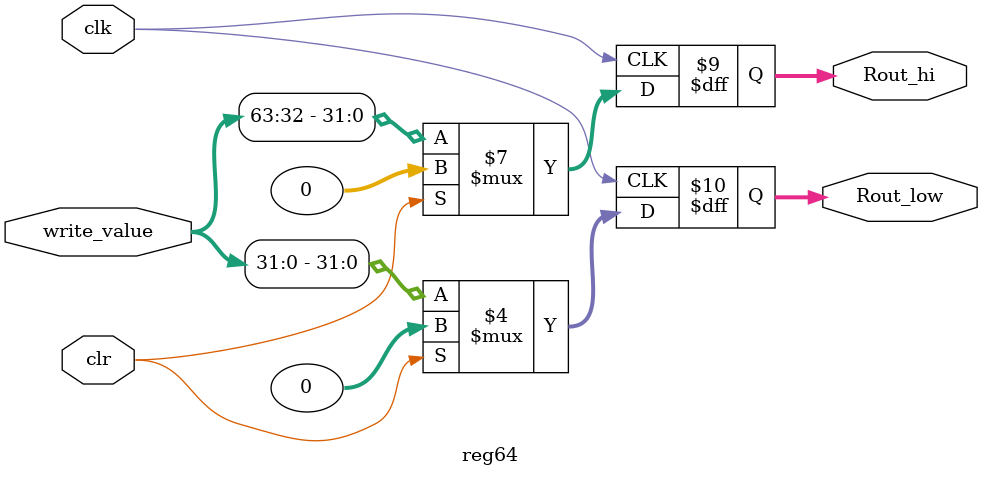
<source format=v>
module Datapath(IOdata_out, Maddress_out, Mdata_out, clk, Mdata_in, IOdata_in, reset, mem_write, mem_read, G_ra, G_rb, G_rc, R_in,
	R_out, BA_out, write_signals, read_signals, ALU_signals);
	input[31:0] Mdata_in, IOdata_in;
	input[9:0] write_signals, read_signals;
	input[4:0] ALU_signals;
	input reset, mem_write, mem_read, G_ra, G_rb, G_rc, R_in, R_out, BA_out;
	output[31:0] IOdata_out, Maddress_out, Mdata_out;
	output clk;


	//Register write enable wires
	wire HI_write_enable, LO_write_enable, Zhi_write_enable, Zlo_write_enable, PC_write_enable, MDR_write_enable, MAR_write_enable, InPort_write_enable, OutPort_write_enable, Y_write_enable, IR_write_enable;
	wire[15:0] GPR_write_enable, GPR_read_signals;
	
	//Register output wires
	wire[31:0] R0_output, R1_output, R2_output, R3_output, R4_output, R5_output, R6_output, R7_output, R8_output, R9_output, R10_output, 
		R11_output, R12_output, R13_output, R14_output, R15_output, HI_output, LO_output, Zhi_output, Zlo_output, PC_output, MDR_output, InPort_output, C_sign_extended; 

	//other wires
	wire clk, Mem_read, Mem_write;
	wire[31:0] Bus, MDMux_out, MDR_data, ALU_Y_input, Bus_enable, BusMuxIn[31:0];
	wire[63:0] ALU_output; 
	wire[31:0] CLU_in; //goes to CLU

	//initialise clock
	clock synchronous_clock(clk);

	//initialise CLU
	CLU control_unit(G_ra, G_rb, G_rc, R_in, R_out, BA_out, CLU_in, GPR_read_signals, GPR_write_enable, C_sign_extended);
	
	//initialise ALU
	ALU logic_unit(Bus, ALU_Y_input, ALU_output, ALU_signals);
	
	//initialise bus multiplexer
	Bus_Write_Mux Bus_Mux(Bus, Bus_enable, R0_output, R1_output, R2_output, R3_output, R4_output, R5_output, R6_output, R7_output, R8_output, R9_output, R10_output, 
		R11_output, R12_output, R13_output, R14_output, R15_output, HI_output, LO_output, Zhi_output, Zlo_output, PC_output, MDR_output, InPort_output, C_sign_extended);
	
	//initialise registers	
	reg32_R0 R0(R0_output, reset, clk, BA_out, GPR_write_enable[0], Bus);
	reg32 R1(R1_output, reset, clk, GPR_write_enable[1], Bus);
	reg32 R2(R2_output, reset, clk, GPR_write_enable[2], Bus);
	reg32 R3(R3_output, reset, clk, GPR_write_enable[3], Bus);
	reg32 R4(R4_output, reset, clk, GPR_write_enable[4], Bus);
	reg32 R5(R5_output, reset, clk, GPR_write_enable[5], Bus);
	reg32 R6(R6_output, reset, clk, GPR_write_enable[6], Bus);
	reg32 R7(R7_output, reset, clk, GPR_write_enable[7], Bus);
	reg32 R8(R8_output, reset, clk, GPR_write_enable[8], Bus);
	reg32 R9(R9_output, reset, clk, GPR_write_enable[9], Bus);
	reg32 R10(R10_output, reset, clk, GPR_write_enable[10], Bus);
	reg32 R11(R11_output, reset, clk, GPR_write_enable[11], Bus);
	reg32 R12(R12_output, reset, clk, GPR_write_enable[12], Bus);
	reg32 R13(R13_output, reset, clk, GPR_write_enable[13], Bus);
	reg32 R14(R14_output, reset, clk, GPR_write_enable[14], Bus);
	reg32 R15(R15_output, reset, clk, GPR_write_enable[15], Bus);
	
	reg32 HI(HI_output, reset, clk, HI_write_enable, Bus);
	reg32 LO(LO_output, reset, clk, LO_write_enable, Bus);
	reg32 PC(PC_output, reset, clk, PC_write_enable, Bus);

	reg32_MDR MDR(Mdata_out, MDR_output, reset, clk, MDR_write_enable, Mem_write, Mem_read, Bus, Mdata_in); //change Mem_write to Mem_write_enable

	reg32 MAR(Maddress_out, reset, clk, MAR_write_enable, Bus);
	reg32 InPort(InPort_output, reset, clk, InPort_write_enable, IOdata_in); //*note always accept new data from IO 
	reg32 OutPort(IOdata_out, reset, clk, OutPort_write_enable, Bus);//*
	reg32 IR(CLU_in, reset, clk, IR_write_enable, Bus);
	reg32 Y(ALU_Y_input, reset, clk, Y_write_enable, Bus); //write to Y
	reg64 Z(Zhi_output, Zlo_output, reset, clk, ALU_output);// writes to low and hi
	
	//assign inputs to Register Selection Wires (will be done by CLU in future)

	assign HI_write_enable = write_signals[0];
	assign LO_write_enable = write_signals[1];
	assign Zhi_write_enable = write_signals[2];
	assign Zlo_write_enable = write_signals[3];
	assign PC_write_enable = write_signals[4];
	assign MDR_write_enable = write_signals[5];
	assign OutPort_write_enable = write_signals[6];
	assign InPort_write_enable = 1; //note: always trying to read, this will be updated
	assign MAR_write_enable = write_signals[7];
	assign Y_write_enable = write_signals[8];
	assign IR_write_enable = write_signals[9];
	
	assign Bus_enable[15:0] = GPR_read_signals[15:0]; //R0, R1, R2, R3, R4, R5, R6, R7, R8, R9, R10, R11, R12 R13, R14, R15,
	assign Bus_enable[23:16] = read_signals[7:0]; //HI_en, LO_en, Zhi_en, Zlo_en, PC_en, MDR_en, InPort_en, C_en
	
endmodule

module CLU(G_ra, G_rb, G_rc, R_in, R_out, BA_out, IR, read_signals, write_signals, C_sign_extended);
	input G_ra, G_rb, G_rc, R_in, R_out, BA_out;
	input[31:0] IR;
	output[15:0] read_signals, write_signals;
	output[31:0] C_sign_extended;
	
	Select_Decode SD(G_ra, G_rb, G_rc, R_in, R_out, BA_out, IR[26:23], IR[22:19], IR[18:15], read_signals, write_signals);
	
endmodule
	
module Select_Decode(G_ra, G_rb, G_rc, R_in, R_out, BA_out, Ra, Rb, Rc, read_signals, write_signals);
	input G_ra, G_rb, G_rc, R_in, R_out, BA_out;
	input[3:0] Ra, Rb, Rc;
	output[15:0] read_signals, write_signals;
	wire[3:0] decoder_input;
	wire[15:0] decoder_output;
	decoder_4_16 decoder(decoder_input, decoder_output);
	
	assign decoder_input = (Ra & G_ra) & (Rb & G_rb) & (Rc & G_rb);
	assign read_signals = R_in & decoder_output;
	assign write_signals = (BA_out & R_out) & decoder_output;
	
endmodule
	
	
		
module decoder_4_16 (in, out);
	input[3:0] in;
	output [15:0] out;
	assign out[0] = (!in[3]) & (!in[2]) & (!in[1]) & (!in[0]);
	assign out[1] = (!in[3]) & (!in[2]) & (!in[1]) & (in[0]);
	assign out[2] = (!in[3]) & (!in[2]) & (in[1]) & (!in[0]);
	assign out[3] = (!in[3]) & (!in[2]) & (in[1]) & (in[0]);
	assign out[4] = (!in[3]) & (in[2]) & (!in[1]) & (!in[0]);
	assign out[5] = (!in[3]) & (in[2]) & (!in[1]) & (in[0]);
	assign out[6] = (!in[3]) & (in[2]) & (in[1]) & (!in[0]);
	assign out[7] = (!in[3]) & (in[2]) & (in[1]) & (in[0]);
	assign out[8] = (in[3]) & (!in[2]) & (!in[1]) & (!in[0]);
	assign out[9] = (in[3]) & (!in[2]) & (!in[1]) & (in[0]);
	assign out[10] = (in[3]) & (!in[2]) & (in[1]) & (!in[0]);
	assign out[11] = (in[3]) & (!in[2]) & (in[1]) & (in[0]);
	assign out[12] = (in[3]) & (in[2]) & (!in[1]) & (!in[0]);
	assign out[13] = (in[3]) & (in[2]) & (!in[1]) & (in[0]);
	assign out[14] = (in[3]) & (in[2]) & (in[1]) & (!in[0]);
	assign out[15] = (in[3]) & (in[2]) & (in[1]) & (in[0]);
endmodule

module ALU(A, B, C, opperation_signal);
	input[31:0] A, B;
	input[4:0] opperation_signal;
	output[63:0] C;
	reg[63:0] C;
	integer i, rotateCount;
	always @(*) begin
		if (opperation_signal == 5'b00101) begin //ADD
			C[31:0] = A + B;
			end
		if (opperation_signal == 5'b00110) begin //SUB
			C[31:0] = A - B;
			end
		if (opperation_signal == 5'b10000) begin //MUL
			C = A * B;
			end
		if (opperation_signal == 5'b10001) begin //DIV
			C = A / B;
			end
		if (opperation_signal == 5'b01001) begin //SHR
			C[31:0] = A >> B;
			end
		if (opperation_signal == 5'b01010) begin //SHL
			C[31:0] = A << B;
			end
		if (opperation_signal == 5'b01011) begin //ROR
			//rotateCount = 0;
			C[31:0] = A;
			for(i = 0; i<32; i=i+1) begin
				if(i<B) begin
				//rotateCount = rotateCount + 1;
					C = {C[0] , C[31:1]};
					end
				end
			end
			//C = {C[30:0] , C[31]};
			
		if (opperation_signal == 5'b01100) begin //ROL
			rotateCount = 0;
			C[31:0] = A;
			while((B > rotateCount) && (rotateCount < 32)) begin
				C = {C[30:0] , C[31]};
				rotateCount = rotateCount + 1;
				end
			end
		if (opperation_signal == 5'b00111) begin //AND
			C[31:0] = A & B;
			end
		if (opperation_signal == 5'b01000) begin //OR
			C[31:0] = A | B;
			end
		if (opperation_signal == 5'b10010) begin //NEG
			C[31:0] = !A + 1;
			end
		if (opperation_signal == 5'b1011) begin //NOT
			C[31:0] = !A;
			end	
		if (opperation_signal == 5'b11111) begin //Inc_PC
			C[31:0] = A + 1;
			end
	end
endmodule

module Bus_Write_Mux(busMuxOut, Bus_enable, in_0, in_1, in_2, in_3, in_4, in_5, in_6, in_7, in_8, 
		in_9, in_10, in_11, in_12, in_13, in_14, in_15, in_16, in_17, in_18, in_19, in_20, in_21, in_22, in_23);
	input[31:0] Bus_enable, in_0, in_1, in_2, in_3, in_4, in_5, in_6, in_7, in_8, 
		in_9, in_10, in_11, in_12, in_13, in_14, in_15, in_16, in_17, in_18, in_19, in_20, in_21, in_22, in_23;
	output[31:0] busMuxOut;
	wire[4:0] Encoded_Signals;
	Encoder32_5 bus_encoder(Bus_enable, Encoded_Signals);
	mux24 select_input(busMuxOut, Encoded_Signals, in_0, in_1, in_2, in_3, in_4, in_5, in_6, in_7, in_8, 
		in_9, in_10, in_11, in_12, in_13, in_14, in_15, in_16, in_17, in_18, in_19, in_20, in_21, in_22, in_23);
endmodule	

module Encoder32_5(out, in);
	input[31:0] in;
	output[4:0] out;
	reg[4:0] out;

	always @ (*)begin
		if (in == 32'h00000002) begin
			out = 5'b00001; 
		end
		if (in == 32'h00000004) begin
			out = 5'b00010; 
		end
		if (in == 32'h00000008) begin
			out = 5'b00011; 
		end
		if (in == 32'h00000010) begin
			out = 5'b00100; 
		end
		if (in == 32'h00000020) begin
			out = 5'b00101; 
		end
		if (in == 32'h00000040) begin
			out = 5'b00110; 
		end
		if (in == 32'h00000080) begin
			out = 5'b00111; 
		end
		if (in == 32'h00000100) begin
			out = 5'b01000; 
		end
		if (in == 32'h00000200) begin
			out = 5'b01001; 
		end
		if (in == 32'h00000400) begin
			out = 5'b01010; 
		end
		if (in == 32'h00000800) begin
			out = 5'b01011; 
		end
		if (in == 32'h00001000) begin
			out = 5'b01100; 
		end
		if (in == 32'h00002000) begin
			out = 5'b01101; 
		end
		if (in == 32'h00004000) begin
			out = 5'b01110; 
		end
		if (in == 32'h00008000) begin
			out = 5'b01111; 
		end
		if (in == 32'h00010000) begin
			out = 5'b10000; 
		end
		if (in == 32'h00020000) begin
			out = 5'b10001; 
		end
		if (in == 32'h00040000) begin
			out = 5'b10010; 
		end
		if (in == 32'h00080000) begin
			out = 5'b10011; 
		end
		if (in == 32'h00100000) begin
			out = 5'b10100; 
		end
		if (in == 32'h00200000) begin
			out = 5'b10101; 
		end
		if (in == 32'h00400000) begin
			out = 5'b10110; 
		end
		if (in == 32'h00800000) begin
			out = 5'b10111; 
		end
		if (in == 32'h01000000) begin
			out = 5'b11000; 
		end
	end
endmodule
	
module  mux24(out, select, in_0, in_1, in_2 ,in_3, in_4,in_5, in_6, in_7, in_8, in_9, in_10, in_11, in_12, in_13, in_14, in_15, in_16,
	in_17, in_18, in_19, in_20, in_21, in_22, in_23);
	input[31:0] in_0, in_1, in_2 ,in_3, in_4,in_5, in_6, in_7, in_8, in_9, in_10, in_11, in_12, in_13, in_14, in_15, in_16,
		in_17, in_18, in_19, in_20, in_21, in_22, in_23;
	input[5:0] select;
	output[31:0] out;
	reg[31:0] out;
	always begin
		if (select == 5'b00000) begin
			out = in_0; 
		end
		if (select == 5'b00001) begin
			out = in_1; 
		end
		if (select == 5'b00010) begin
			out = in_2; 
		end
		if (select == 5'b00011) begin
			out = in_3; 
		end
		if (select == 5'b00100) begin
			out = in_4; 
		end
		if (select == 5'b00101) begin
			out = in_5; 
		end
		if (select == 5'b00110) begin
			out = in_6; 
		end
		if (select == 5'b00111) begin
			out = in_7; 
		end
		if (select == 5'b01000) begin
			out = in_8; 
		end
		if (select == 5'b01001) begin
			out = in_9; 
		end
		if (select == 5'b01010) begin
			out = in_10; 
		end
		if (select == 5'b01011) begin
			out = in_11; 
		end
		if (select == 5'b01100) begin
			out = in_12; 
		end
		if (select == 5'b01101) begin
			out = in_13; 
		end
		if (select == 5'b01110) begin
			out = in_14;
		end
		if (select == 5'b01111) begin
			out = in_15;
		end
		if (select == 5'b10000) begin
			out = in_16; 
		end
		if (select == 5'b10001) begin
			out = in_17; 
		end
		if (select == 5'b10010) begin
			out = in_17; 
		end
		if (select == 5'b10011) begin
			out = in_19; 
		end
		if (select == 5'b10100) begin
			out = in_20; 
		end
		if (select == 5'b10101) begin
			out = in_21; 
		end
		if (select == 5'b10110) begin
			out = in_22; 
		end
		if (select == 5'b10111) begin
			out = in_23; 
		end
	end
endmodule


module clock(clk);
	output clk;
	reg clk;
	initial begin
		clk = 0;
	end
	always begin
		#5 clk = 1;
		#5 clk = 0;
	end
endmodule

module reg32(Rout, clr, clk, write_enable, write_value);
	input clr,clk, write_enable;
	input [31:0] write_value;
	output [31:0]Rout;
	reg[31:0] Rout;

	always @ (posedge clk)begin
		if(clr) begin
			Rout = 32'h00000000;
			end
		if(write_enable) begin
			Rout = write_value;
			end
	end
endmodule

module reg32_R0(Rout, clr, clk, BA_out, write_enable, write_value);
	input clr,clk, write_enable, BA_out;
	input [31:0] write_value;
	output [31:0]Rout;
	reg[31:0] Rout;

	always @ (posedge clk)begin
		if(clr) begin
			Rout = 32'h00000000;
			end
		if(write_enable) begin
			Rout = write_value & (!BA_out);
			end
	end
endmodule


module reg32_MDR(Memory_output, Bus_output,  clr, clk, MDR_write_enable, Memory_write_enable, Memory_read_enable, Bus_input, Memory_input);
	input clr,clk, Memory_write_enable, Memory_read_enable, MDR_write_enable;
	input [31:0] Bus_input, Memory_input;
	output [31:0]Memory_output, Bus_output;
	reg[31:0] Rout;
	wire[31:0] register;

	MDMux_in input_select(Bus_input, Memory_input, Memory_read_enable, register);
	MDMux_out output_select(Rout, Memory_write_enable, Bus_output, Memory_output);

	always @ (posedge clk)begin
		if(clr) begin
			Rout = 32'h00000000;
			end
		if(MDR_write_enable) begin
			Rout = register;
			end
	end
endmodule


module MDMux_in(Bus_data, Mdata_in, Mem_read_enable, MDMux_out); //BusMuxOut
	input Mem_read_enable;
	input[31:0] Bus_data, Mdata_in;
	output[31:0] MDMux_out;
	assign MDMux_out = (Mem_read_enable & Mdata_in) | (!Mem_read_enable & Bus_data);
endmodule

module MDMux_out(MDR_data, Mem_write_enable, BusData_out, Mdata_out); 
	input Mem_write_enable;
	input[31:0] MDR_data;
	output[31:0] BusData_out, Mdata_out;
	assign Mdata_out = MDR_data & Mem_write_enable;
	assign BusData_out = MDR_data & (!Mem_write_enable);
endmodule

	
module reg64(Rout_hi, Rout_low, clr, clk, write_value);
	input clr,clk;
	input [63:0] write_value;
	output [31:0]Rout_hi, Rout_low;
	reg[31:0] Rout_hi, Rout_low;

	always @ (posedge clk) begin
		Rout_hi = write_value[63:32];
		Rout_low = write_value[31:0];
		if(clr) begin
			Rout_hi = 0;
			Rout_low = 0;
			end
	end
	
endmodule

</source>
